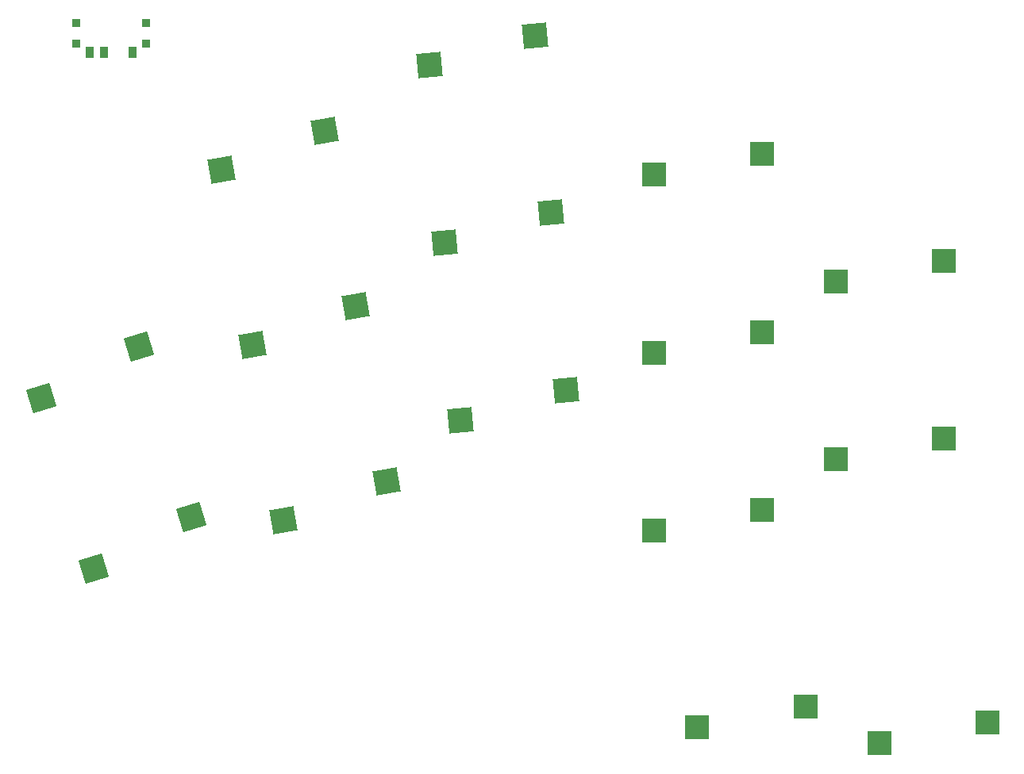
<source format=gbr>
%TF.GenerationSoftware,KiCad,Pcbnew,(6.0.4-0)*%
%TF.CreationDate,2022-07-27T10:05:42+02:00*%
%TF.ProjectId,wizza,77697a7a-612e-46b6-9963-61645f706362,v1.0.0*%
%TF.SameCoordinates,Original*%
%TF.FileFunction,Paste,Top*%
%TF.FilePolarity,Positive*%
%FSLAX46Y46*%
G04 Gerber Fmt 4.6, Leading zero omitted, Abs format (unit mm)*
G04 Created by KiCad (PCBNEW (6.0.4-0)) date 2022-07-27 10:05:42*
%MOMM*%
%LPD*%
G01*
G04 APERTURE LIST*
G04 Aperture macros list*
%AMRotRect*
0 Rectangle, with rotation*
0 The origin of the aperture is its center*
0 $1 length*
0 $2 width*
0 $3 Rotation angle, in degrees counterclockwise*
0 Add horizontal line*
21,1,$1,$2,0,0,$3*%
G04 Aperture macros list end*
%ADD10RotRect,2.600000X2.600000X17.000000*%
%ADD11RotRect,2.600000X2.600000X5.000000*%
%ADD12RotRect,2.600000X2.600000X10.000000*%
%ADD13R,2.600000X2.600000*%
%ADD14R,0.900000X0.900000*%
%ADD15R,0.900000X1.250000*%
G04 APERTURE END LIST*
D10*
%TO.C,S1*%
X203087922Y-116252520D03*
X213490025Y-110771757D03*
%TD*%
D11*
%TO.C,S7*%
X240520477Y-81491200D03*
X251834783Y-78292924D03*
%TD*%
%TO.C,S8*%
X238864518Y-62563501D03*
X250178824Y-59365225D03*
%TD*%
D12*
%TO.C,S4*%
X220025954Y-92432406D03*
X231018458Y-88260193D03*
%TD*%
D13*
%TO.C,S9*%
X262840599Y-112236366D03*
X274390599Y-110036367D03*
%TD*%
%TO.C,S12*%
X282240599Y-104636366D03*
X293790599Y-102436367D03*
%TD*%
%TO.C,S14*%
X267465599Y-133236366D03*
X279015599Y-131036367D03*
%TD*%
D12*
%TO.C,S3*%
X223325270Y-111143753D03*
X234317774Y-106971540D03*
%TD*%
D11*
%TO.C,S6*%
X242176437Y-100418899D03*
X253490743Y-97220623D03*
%TD*%
D13*
%TO.C,S15*%
X286865599Y-134946366D03*
X298415599Y-132746367D03*
%TD*%
%TO.C,S11*%
X262840599Y-74236366D03*
X274390599Y-72036367D03*
%TD*%
D10*
%TO.C,S2*%
X197532859Y-98082729D03*
X207934962Y-92601966D03*
%TD*%
D13*
%TO.C,S13*%
X282240599Y-85636366D03*
X293790599Y-83436367D03*
%TD*%
D12*
%TO.C,S5*%
X216726639Y-73721059D03*
X227719143Y-69548846D03*
%TD*%
D13*
%TO.C,S10*%
X262840599Y-93236366D03*
X274390599Y-91036367D03*
%TD*%
D14*
%TO.C,T1*%
X208650615Y-60206416D03*
X201250615Y-58006416D03*
X208650615Y-58006416D03*
X201250615Y-60206416D03*
D15*
X207200615Y-61181416D03*
X204200615Y-61181416D03*
X202700615Y-61181416D03*
%TD*%
M02*

</source>
